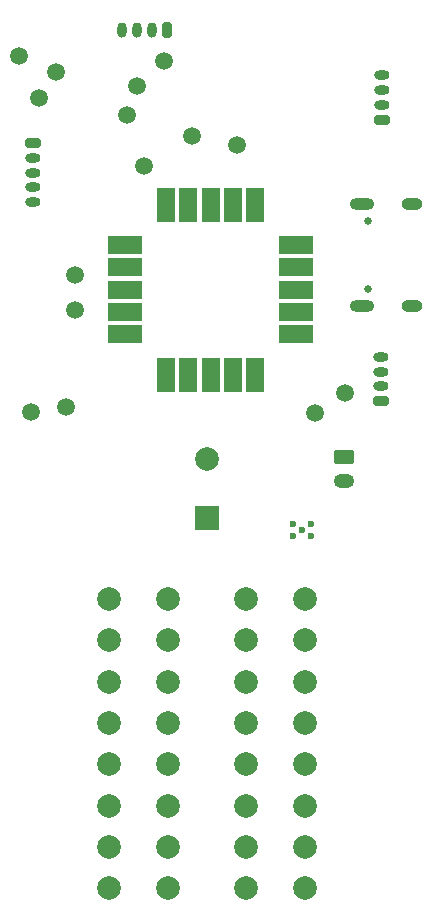
<source format=gbs>
%TF.GenerationSoftware,KiCad,Pcbnew,7.0.2-0*%
%TF.CreationDate,2023-10-23T21:08:08-05:00*%
%TF.ProjectId,Flight Computer,466c6967-6874-4204-936f-6d7075746572,1.1*%
%TF.SameCoordinates,Original*%
%TF.FileFunction,Soldermask,Bot*%
%TF.FilePolarity,Negative*%
%FSLAX46Y46*%
G04 Gerber Fmt 4.6, Leading zero omitted, Abs format (unit mm)*
G04 Created by KiCad (PCBNEW 7.0.2-0) date 2023-10-23 21:08:08*
%MOMM*%
%LPD*%
G01*
G04 APERTURE LIST*
G04 Aperture macros list*
%AMRoundRect*
0 Rectangle with rounded corners*
0 $1 Rounding radius*
0 $2 $3 $4 $5 $6 $7 $8 $9 X,Y pos of 4 corners*
0 Add a 4 corners polygon primitive as box body*
4,1,4,$2,$3,$4,$5,$6,$7,$8,$9,$2,$3,0*
0 Add four circle primitives for the rounded corners*
1,1,$1+$1,$2,$3*
1,1,$1+$1,$4,$5*
1,1,$1+$1,$6,$7*
1,1,$1+$1,$8,$9*
0 Add four rect primitives between the rounded corners*
20,1,$1+$1,$2,$3,$4,$5,0*
20,1,$1+$1,$4,$5,$6,$7,0*
20,1,$1+$1,$6,$7,$8,$9,0*
20,1,$1+$1,$8,$9,$2,$3,0*%
G04 Aperture macros list end*
%ADD10RoundRect,0.200000X0.450000X-0.200000X0.450000X0.200000X-0.450000X0.200000X-0.450000X-0.200000X0*%
%ADD11O,1.300000X0.800000*%
%ADD12C,0.650000*%
%ADD13O,2.100000X1.000000*%
%ADD14O,1.800000X1.000000*%
%ADD15RoundRect,0.200000X0.200000X0.450000X-0.200000X0.450000X-0.200000X-0.450000X0.200000X-0.450000X0*%
%ADD16O,0.800000X1.300000*%
%ADD17C,0.600000*%
%ADD18RoundRect,0.200000X-0.450000X0.200000X-0.450000X-0.200000X0.450000X-0.200000X0.450000X0.200000X0*%
%ADD19C,1.500000*%
%ADD20RoundRect,0.250000X-0.625000X0.350000X-0.625000X-0.350000X0.625000X-0.350000X0.625000X0.350000X0*%
%ADD21O,1.750000X1.200000*%
%ADD22C,2.000000*%
%ADD23R,3.000000X1.500000*%
%ADD24R,1.500000X3.000000*%
%ADD25R,2.000000X2.000000*%
G04 APERTURE END LIST*
D10*
%TO.C,J8*%
X118270000Y-54690000D03*
D11*
X118270000Y-53440000D03*
X118270000Y-52190000D03*
X118270000Y-50940000D03*
%TD*%
D12*
%TO.C,J7*%
X117160000Y-45212500D03*
X117160000Y-39432500D03*
D13*
X116640000Y-46642500D03*
D14*
X120840000Y-46642500D03*
D13*
X116640000Y-38002500D03*
D14*
X120840000Y-38002500D03*
%TD*%
D15*
%TO.C,J6*%
X100080000Y-23220000D03*
D16*
X98830000Y-23220000D03*
X97580000Y-23220000D03*
X96330000Y-23220000D03*
%TD*%
D10*
%TO.C,J9*%
X118300000Y-30857500D03*
D11*
X118300000Y-29607500D03*
X118300000Y-28357500D03*
X118300000Y-27107500D03*
%TD*%
D17*
%TO.C,U8*%
X112300000Y-65057500D03*
X110800000Y-65057500D03*
X111550000Y-65557500D03*
X112300000Y-66057500D03*
X110800000Y-66057500D03*
%TD*%
D18*
%TO.C,J5*%
X88760000Y-32840000D03*
D11*
X88760000Y-34090000D03*
X88760000Y-35340000D03*
X88760000Y-36590000D03*
X88760000Y-37840000D03*
%TD*%
D19*
%TO.C,TP10*%
X92350000Y-44020000D03*
%TD*%
%TO.C,TP15*%
X91600000Y-55210000D03*
%TD*%
D20*
%TO.C,J4*%
X115140000Y-59430000D03*
D21*
X115140000Y-61430000D03*
%TD*%
D19*
%TO.C,TP5*%
X97600000Y-28020000D03*
%TD*%
%TO.C,TP4*%
X96750000Y-30420000D03*
%TD*%
%TO.C,TP1*%
X112610000Y-55690000D03*
%TD*%
%TO.C,TP11*%
X92350000Y-46970000D03*
%TD*%
%TO.C,TP6*%
X87600000Y-25450000D03*
%TD*%
%TO.C,TP7*%
X99900000Y-25920000D03*
%TD*%
D22*
%TO.C,J2*%
X95200000Y-95920000D03*
X100200000Y-95920000D03*
X95200000Y-92420000D03*
X100200000Y-92420000D03*
X95200000Y-88920000D03*
X100200000Y-88920000D03*
X95200000Y-85420000D03*
X100200000Y-85420000D03*
X95200000Y-81920000D03*
X100200000Y-81920000D03*
X95200000Y-78420000D03*
X100200000Y-78420000D03*
X95200000Y-74920000D03*
X100200000Y-74920000D03*
X95200000Y-71420000D03*
X100200000Y-71420000D03*
%TD*%
D23*
%TO.C,U11*%
X111000000Y-41432500D03*
X111000000Y-43332500D03*
X111000000Y-45232500D03*
X111000000Y-47132500D03*
X111000000Y-49032500D03*
D24*
X107600000Y-52432500D03*
X105700000Y-52432500D03*
X103800000Y-52432500D03*
X101900000Y-52432500D03*
X100000000Y-52432500D03*
D23*
X96600000Y-49032500D03*
X96600000Y-47132500D03*
X96600000Y-45232500D03*
X96600000Y-43332500D03*
X96600000Y-41432500D03*
D24*
X100000000Y-38032500D03*
X101900000Y-38032500D03*
X103800000Y-38032500D03*
X105700000Y-38032500D03*
X107600000Y-38032500D03*
%TD*%
D19*
%TO.C,TP9*%
X90700000Y-26820000D03*
%TD*%
D25*
%TO.C,BZ1*%
X103500000Y-64590000D03*
D22*
X103500000Y-59590000D03*
%TD*%
D19*
%TO.C,TP3*%
X98150000Y-34770000D03*
%TD*%
%TO.C,TP2*%
X88640000Y-55640000D03*
%TD*%
%TO.C,TP13*%
X106050000Y-33020000D03*
%TD*%
%TO.C,TP14*%
X102200000Y-32270000D03*
%TD*%
D22*
%TO.C,J1*%
X111790000Y-71420000D03*
X106790000Y-71420000D03*
X111790000Y-74920000D03*
X106790000Y-74920000D03*
X111790000Y-78420000D03*
X106790000Y-78420000D03*
X111790000Y-81920000D03*
X106790000Y-81920000D03*
X111790000Y-85420000D03*
X106790000Y-85420000D03*
X111790000Y-88920000D03*
X106790000Y-88920000D03*
X111790000Y-92420000D03*
X106790000Y-92420000D03*
X111790000Y-95920000D03*
X106790000Y-95920000D03*
%TD*%
D19*
%TO.C,TP8*%
X89320000Y-29050000D03*
%TD*%
%TO.C,TP12*%
X115220000Y-54010000D03*
%TD*%
M02*

</source>
